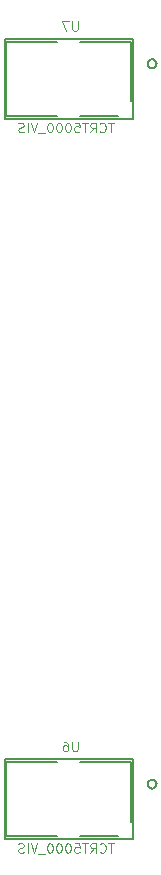
<source format=gbr>
%TF.GenerationSoftware,Flux,Pcbnew,7.0.11-7.0.11~ubuntu20.04.1*%
%TF.CreationDate,2024-08-17T13:11:20+00:00*%
%TF.ProjectId,input,696e7075-742e-46b6-9963-61645f706362,rev?*%
%TF.SameCoordinates,Original*%
%TF.FileFunction,Legend,Bot*%
%TF.FilePolarity,Positive*%
%FSLAX46Y46*%
G04 Gerber Fmt 4.6, Leading zero omitted, Abs format (unit mm)*
G04 Filename: pcbrobot*
G04 Build it with Flux! Visit our site at: https://www.flux.ai (PCBNEW 7.0.11-7.0.11~ubuntu20.04.1) date 2024-08-17 13:11:20*
%MOMM*%
%LPD*%
G01*
G04 APERTURE LIST*
%ADD10C,0.095000*%
%ADD11C,0.152400*%
G04 APERTURE END LIST*
D10*
X227081390Y-104432555D02*
X226624247Y-104432555D01*
X226852819Y-105232555D02*
X226852819Y-104432555D01*
X225900437Y-105156364D02*
X225938533Y-105194460D01*
X225938533Y-105194460D02*
X226052818Y-105232555D01*
X226052818Y-105232555D02*
X226129009Y-105232555D01*
X226129009Y-105232555D02*
X226243295Y-105194460D01*
X226243295Y-105194460D02*
X226319485Y-105118269D01*
X226319485Y-105118269D02*
X226357580Y-105042079D01*
X226357580Y-105042079D02*
X226395676Y-104889698D01*
X226395676Y-104889698D02*
X226395676Y-104775412D01*
X226395676Y-104775412D02*
X226357580Y-104623031D01*
X226357580Y-104623031D02*
X226319485Y-104546840D01*
X226319485Y-104546840D02*
X226243295Y-104470650D01*
X226243295Y-104470650D02*
X226129009Y-104432555D01*
X226129009Y-104432555D02*
X226052818Y-104432555D01*
X226052818Y-104432555D02*
X225938533Y-104470650D01*
X225938533Y-104470650D02*
X225900437Y-104508745D01*
X225100437Y-105232555D02*
X225367104Y-104851602D01*
X225557580Y-105232555D02*
X225557580Y-104432555D01*
X225557580Y-104432555D02*
X225252818Y-104432555D01*
X225252818Y-104432555D02*
X225176628Y-104470650D01*
X225176628Y-104470650D02*
X225138533Y-104508745D01*
X225138533Y-104508745D02*
X225100437Y-104584936D01*
X225100437Y-104584936D02*
X225100437Y-104699221D01*
X225100437Y-104699221D02*
X225138533Y-104775412D01*
X225138533Y-104775412D02*
X225176628Y-104813507D01*
X225176628Y-104813507D02*
X225252818Y-104851602D01*
X225252818Y-104851602D02*
X225557580Y-104851602D01*
X224871866Y-104432555D02*
X224414723Y-104432555D01*
X224643295Y-105232555D02*
X224643295Y-104432555D01*
X223767104Y-104432555D02*
X224148056Y-104432555D01*
X224148056Y-104432555D02*
X224186152Y-104813507D01*
X224186152Y-104813507D02*
X224148056Y-104775412D01*
X224148056Y-104775412D02*
X224071866Y-104737317D01*
X224071866Y-104737317D02*
X223881390Y-104737317D01*
X223881390Y-104737317D02*
X223805199Y-104775412D01*
X223805199Y-104775412D02*
X223767104Y-104813507D01*
X223767104Y-104813507D02*
X223729009Y-104889698D01*
X223729009Y-104889698D02*
X223729009Y-105080174D01*
X223729009Y-105080174D02*
X223767104Y-105156364D01*
X223767104Y-105156364D02*
X223805199Y-105194460D01*
X223805199Y-105194460D02*
X223881390Y-105232555D01*
X223881390Y-105232555D02*
X224071866Y-105232555D01*
X224071866Y-105232555D02*
X224148056Y-105194460D01*
X224148056Y-105194460D02*
X224186152Y-105156364D01*
X223233770Y-104432555D02*
X223157580Y-104432555D01*
X223157580Y-104432555D02*
X223081389Y-104470650D01*
X223081389Y-104470650D02*
X223043294Y-104508745D01*
X223043294Y-104508745D02*
X223005199Y-104584936D01*
X223005199Y-104584936D02*
X222967104Y-104737317D01*
X222967104Y-104737317D02*
X222967104Y-104927793D01*
X222967104Y-104927793D02*
X223005199Y-105080174D01*
X223005199Y-105080174D02*
X223043294Y-105156364D01*
X223043294Y-105156364D02*
X223081389Y-105194460D01*
X223081389Y-105194460D02*
X223157580Y-105232555D01*
X223157580Y-105232555D02*
X223233770Y-105232555D01*
X223233770Y-105232555D02*
X223309961Y-105194460D01*
X223309961Y-105194460D02*
X223348056Y-105156364D01*
X223348056Y-105156364D02*
X223386151Y-105080174D01*
X223386151Y-105080174D02*
X223424247Y-104927793D01*
X223424247Y-104927793D02*
X223424247Y-104737317D01*
X223424247Y-104737317D02*
X223386151Y-104584936D01*
X223386151Y-104584936D02*
X223348056Y-104508745D01*
X223348056Y-104508745D02*
X223309961Y-104470650D01*
X223309961Y-104470650D02*
X223233770Y-104432555D01*
X222471865Y-104432555D02*
X222395675Y-104432555D01*
X222395675Y-104432555D02*
X222319484Y-104470650D01*
X222319484Y-104470650D02*
X222281389Y-104508745D01*
X222281389Y-104508745D02*
X222243294Y-104584936D01*
X222243294Y-104584936D02*
X222205199Y-104737317D01*
X222205199Y-104737317D02*
X222205199Y-104927793D01*
X222205199Y-104927793D02*
X222243294Y-105080174D01*
X222243294Y-105080174D02*
X222281389Y-105156364D01*
X222281389Y-105156364D02*
X222319484Y-105194460D01*
X222319484Y-105194460D02*
X222395675Y-105232555D01*
X222395675Y-105232555D02*
X222471865Y-105232555D01*
X222471865Y-105232555D02*
X222548056Y-105194460D01*
X222548056Y-105194460D02*
X222586151Y-105156364D01*
X222586151Y-105156364D02*
X222624246Y-105080174D01*
X222624246Y-105080174D02*
X222662342Y-104927793D01*
X222662342Y-104927793D02*
X222662342Y-104737317D01*
X222662342Y-104737317D02*
X222624246Y-104584936D01*
X222624246Y-104584936D02*
X222586151Y-104508745D01*
X222586151Y-104508745D02*
X222548056Y-104470650D01*
X222548056Y-104470650D02*
X222471865Y-104432555D01*
X221709960Y-104432555D02*
X221633770Y-104432555D01*
X221633770Y-104432555D02*
X221557579Y-104470650D01*
X221557579Y-104470650D02*
X221519484Y-104508745D01*
X221519484Y-104508745D02*
X221481389Y-104584936D01*
X221481389Y-104584936D02*
X221443294Y-104737317D01*
X221443294Y-104737317D02*
X221443294Y-104927793D01*
X221443294Y-104927793D02*
X221481389Y-105080174D01*
X221481389Y-105080174D02*
X221519484Y-105156364D01*
X221519484Y-105156364D02*
X221557579Y-105194460D01*
X221557579Y-105194460D02*
X221633770Y-105232555D01*
X221633770Y-105232555D02*
X221709960Y-105232555D01*
X221709960Y-105232555D02*
X221786151Y-105194460D01*
X221786151Y-105194460D02*
X221824246Y-105156364D01*
X221824246Y-105156364D02*
X221862341Y-105080174D01*
X221862341Y-105080174D02*
X221900437Y-104927793D01*
X221900437Y-104927793D02*
X221900437Y-104737317D01*
X221900437Y-104737317D02*
X221862341Y-104584936D01*
X221862341Y-104584936D02*
X221824246Y-104508745D01*
X221824246Y-104508745D02*
X221786151Y-104470650D01*
X221786151Y-104470650D02*
X221709960Y-104432555D01*
X221290913Y-105308745D02*
X220681389Y-105308745D01*
X220605198Y-104432555D02*
X220338531Y-105232555D01*
X220338531Y-105232555D02*
X220071865Y-104432555D01*
X219805198Y-105232555D02*
X219805198Y-104432555D01*
X219462342Y-105194460D02*
X219348056Y-105232555D01*
X219348056Y-105232555D02*
X219157580Y-105232555D01*
X219157580Y-105232555D02*
X219081389Y-105194460D01*
X219081389Y-105194460D02*
X219043294Y-105156364D01*
X219043294Y-105156364D02*
X219005199Y-105080174D01*
X219005199Y-105080174D02*
X219005199Y-105003983D01*
X219005199Y-105003983D02*
X219043294Y-104927793D01*
X219043294Y-104927793D02*
X219081389Y-104889698D01*
X219081389Y-104889698D02*
X219157580Y-104851602D01*
X219157580Y-104851602D02*
X219309961Y-104813507D01*
X219309961Y-104813507D02*
X219386151Y-104775412D01*
X219386151Y-104775412D02*
X219424246Y-104737317D01*
X219424246Y-104737317D02*
X219462342Y-104661126D01*
X219462342Y-104661126D02*
X219462342Y-104584936D01*
X219462342Y-104584936D02*
X219424246Y-104508745D01*
X219424246Y-104508745D02*
X219386151Y-104470650D01*
X219386151Y-104470650D02*
X219309961Y-104432555D01*
X219309961Y-104432555D02*
X219119484Y-104432555D01*
X219119484Y-104432555D02*
X219005199Y-104470650D01*
X224009623Y-95833855D02*
X224009623Y-96481474D01*
X224009623Y-96481474D02*
X223971528Y-96557664D01*
X223971528Y-96557664D02*
X223933433Y-96595760D01*
X223933433Y-96595760D02*
X223857242Y-96633855D01*
X223857242Y-96633855D02*
X223704861Y-96633855D01*
X223704861Y-96633855D02*
X223628671Y-96595760D01*
X223628671Y-96595760D02*
X223590576Y-96557664D01*
X223590576Y-96557664D02*
X223552480Y-96481474D01*
X223552480Y-96481474D02*
X223552480Y-95833855D01*
X222828671Y-95833855D02*
X222981052Y-95833855D01*
X222981052Y-95833855D02*
X223057243Y-95871950D01*
X223057243Y-95871950D02*
X223095338Y-95910045D01*
X223095338Y-95910045D02*
X223171528Y-96024331D01*
X223171528Y-96024331D02*
X223209624Y-96176712D01*
X223209624Y-96176712D02*
X223209624Y-96481474D01*
X223209624Y-96481474D02*
X223171528Y-96557664D01*
X223171528Y-96557664D02*
X223133433Y-96595760D01*
X223133433Y-96595760D02*
X223057243Y-96633855D01*
X223057243Y-96633855D02*
X222904862Y-96633855D01*
X222904862Y-96633855D02*
X222828671Y-96595760D01*
X222828671Y-96595760D02*
X222790576Y-96557664D01*
X222790576Y-96557664D02*
X222752481Y-96481474D01*
X222752481Y-96481474D02*
X222752481Y-96290998D01*
X222752481Y-96290998D02*
X222790576Y-96214807D01*
X222790576Y-96214807D02*
X222828671Y-96176712D01*
X222828671Y-96176712D02*
X222904862Y-96138617D01*
X222904862Y-96138617D02*
X223057243Y-96138617D01*
X223057243Y-96138617D02*
X223133433Y-96176712D01*
X223133433Y-96176712D02*
X223171528Y-96214807D01*
X223171528Y-96214807D02*
X223209624Y-96290998D01*
X227081390Y-43438355D02*
X226624247Y-43438355D01*
X226852819Y-44238355D02*
X226852819Y-43438355D01*
X225900437Y-44162164D02*
X225938533Y-44200260D01*
X225938533Y-44200260D02*
X226052818Y-44238355D01*
X226052818Y-44238355D02*
X226129009Y-44238355D01*
X226129009Y-44238355D02*
X226243295Y-44200260D01*
X226243295Y-44200260D02*
X226319485Y-44124069D01*
X226319485Y-44124069D02*
X226357580Y-44047879D01*
X226357580Y-44047879D02*
X226395676Y-43895498D01*
X226395676Y-43895498D02*
X226395676Y-43781212D01*
X226395676Y-43781212D02*
X226357580Y-43628831D01*
X226357580Y-43628831D02*
X226319485Y-43552640D01*
X226319485Y-43552640D02*
X226243295Y-43476450D01*
X226243295Y-43476450D02*
X226129009Y-43438355D01*
X226129009Y-43438355D02*
X226052818Y-43438355D01*
X226052818Y-43438355D02*
X225938533Y-43476450D01*
X225938533Y-43476450D02*
X225900437Y-43514545D01*
X225100437Y-44238355D02*
X225367104Y-43857402D01*
X225557580Y-44238355D02*
X225557580Y-43438355D01*
X225557580Y-43438355D02*
X225252818Y-43438355D01*
X225252818Y-43438355D02*
X225176628Y-43476450D01*
X225176628Y-43476450D02*
X225138533Y-43514545D01*
X225138533Y-43514545D02*
X225100437Y-43590736D01*
X225100437Y-43590736D02*
X225100437Y-43705021D01*
X225100437Y-43705021D02*
X225138533Y-43781212D01*
X225138533Y-43781212D02*
X225176628Y-43819307D01*
X225176628Y-43819307D02*
X225252818Y-43857402D01*
X225252818Y-43857402D02*
X225557580Y-43857402D01*
X224871866Y-43438355D02*
X224414723Y-43438355D01*
X224643295Y-44238355D02*
X224643295Y-43438355D01*
X223767104Y-43438355D02*
X224148056Y-43438355D01*
X224148056Y-43438355D02*
X224186152Y-43819307D01*
X224186152Y-43819307D02*
X224148056Y-43781212D01*
X224148056Y-43781212D02*
X224071866Y-43743117D01*
X224071866Y-43743117D02*
X223881390Y-43743117D01*
X223881390Y-43743117D02*
X223805199Y-43781212D01*
X223805199Y-43781212D02*
X223767104Y-43819307D01*
X223767104Y-43819307D02*
X223729009Y-43895498D01*
X223729009Y-43895498D02*
X223729009Y-44085974D01*
X223729009Y-44085974D02*
X223767104Y-44162164D01*
X223767104Y-44162164D02*
X223805199Y-44200260D01*
X223805199Y-44200260D02*
X223881390Y-44238355D01*
X223881390Y-44238355D02*
X224071866Y-44238355D01*
X224071866Y-44238355D02*
X224148056Y-44200260D01*
X224148056Y-44200260D02*
X224186152Y-44162164D01*
X223233770Y-43438355D02*
X223157580Y-43438355D01*
X223157580Y-43438355D02*
X223081389Y-43476450D01*
X223081389Y-43476450D02*
X223043294Y-43514545D01*
X223043294Y-43514545D02*
X223005199Y-43590736D01*
X223005199Y-43590736D02*
X222967104Y-43743117D01*
X222967104Y-43743117D02*
X222967104Y-43933593D01*
X222967104Y-43933593D02*
X223005199Y-44085974D01*
X223005199Y-44085974D02*
X223043294Y-44162164D01*
X223043294Y-44162164D02*
X223081389Y-44200260D01*
X223081389Y-44200260D02*
X223157580Y-44238355D01*
X223157580Y-44238355D02*
X223233770Y-44238355D01*
X223233770Y-44238355D02*
X223309961Y-44200260D01*
X223309961Y-44200260D02*
X223348056Y-44162164D01*
X223348056Y-44162164D02*
X223386151Y-44085974D01*
X223386151Y-44085974D02*
X223424247Y-43933593D01*
X223424247Y-43933593D02*
X223424247Y-43743117D01*
X223424247Y-43743117D02*
X223386151Y-43590736D01*
X223386151Y-43590736D02*
X223348056Y-43514545D01*
X223348056Y-43514545D02*
X223309961Y-43476450D01*
X223309961Y-43476450D02*
X223233770Y-43438355D01*
X222471865Y-43438355D02*
X222395675Y-43438355D01*
X222395675Y-43438355D02*
X222319484Y-43476450D01*
X222319484Y-43476450D02*
X222281389Y-43514545D01*
X222281389Y-43514545D02*
X222243294Y-43590736D01*
X222243294Y-43590736D02*
X222205199Y-43743117D01*
X222205199Y-43743117D02*
X222205199Y-43933593D01*
X222205199Y-43933593D02*
X222243294Y-44085974D01*
X222243294Y-44085974D02*
X222281389Y-44162164D01*
X222281389Y-44162164D02*
X222319484Y-44200260D01*
X222319484Y-44200260D02*
X222395675Y-44238355D01*
X222395675Y-44238355D02*
X222471865Y-44238355D01*
X222471865Y-44238355D02*
X222548056Y-44200260D01*
X222548056Y-44200260D02*
X222586151Y-44162164D01*
X222586151Y-44162164D02*
X222624246Y-44085974D01*
X222624246Y-44085974D02*
X222662342Y-43933593D01*
X222662342Y-43933593D02*
X222662342Y-43743117D01*
X222662342Y-43743117D02*
X222624246Y-43590736D01*
X222624246Y-43590736D02*
X222586151Y-43514545D01*
X222586151Y-43514545D02*
X222548056Y-43476450D01*
X222548056Y-43476450D02*
X222471865Y-43438355D01*
X221709960Y-43438355D02*
X221633770Y-43438355D01*
X221633770Y-43438355D02*
X221557579Y-43476450D01*
X221557579Y-43476450D02*
X221519484Y-43514545D01*
X221519484Y-43514545D02*
X221481389Y-43590736D01*
X221481389Y-43590736D02*
X221443294Y-43743117D01*
X221443294Y-43743117D02*
X221443294Y-43933593D01*
X221443294Y-43933593D02*
X221481389Y-44085974D01*
X221481389Y-44085974D02*
X221519484Y-44162164D01*
X221519484Y-44162164D02*
X221557579Y-44200260D01*
X221557579Y-44200260D02*
X221633770Y-44238355D01*
X221633770Y-44238355D02*
X221709960Y-44238355D01*
X221709960Y-44238355D02*
X221786151Y-44200260D01*
X221786151Y-44200260D02*
X221824246Y-44162164D01*
X221824246Y-44162164D02*
X221862341Y-44085974D01*
X221862341Y-44085974D02*
X221900437Y-43933593D01*
X221900437Y-43933593D02*
X221900437Y-43743117D01*
X221900437Y-43743117D02*
X221862341Y-43590736D01*
X221862341Y-43590736D02*
X221824246Y-43514545D01*
X221824246Y-43514545D02*
X221786151Y-43476450D01*
X221786151Y-43476450D02*
X221709960Y-43438355D01*
X221290913Y-44314545D02*
X220681389Y-44314545D01*
X220605198Y-43438355D02*
X220338531Y-44238355D01*
X220338531Y-44238355D02*
X220071865Y-43438355D01*
X219805198Y-44238355D02*
X219805198Y-43438355D01*
X219462342Y-44200260D02*
X219348056Y-44238355D01*
X219348056Y-44238355D02*
X219157580Y-44238355D01*
X219157580Y-44238355D02*
X219081389Y-44200260D01*
X219081389Y-44200260D02*
X219043294Y-44162164D01*
X219043294Y-44162164D02*
X219005199Y-44085974D01*
X219005199Y-44085974D02*
X219005199Y-44009783D01*
X219005199Y-44009783D02*
X219043294Y-43933593D01*
X219043294Y-43933593D02*
X219081389Y-43895498D01*
X219081389Y-43895498D02*
X219157580Y-43857402D01*
X219157580Y-43857402D02*
X219309961Y-43819307D01*
X219309961Y-43819307D02*
X219386151Y-43781212D01*
X219386151Y-43781212D02*
X219424246Y-43743117D01*
X219424246Y-43743117D02*
X219462342Y-43666926D01*
X219462342Y-43666926D02*
X219462342Y-43590736D01*
X219462342Y-43590736D02*
X219424246Y-43514545D01*
X219424246Y-43514545D02*
X219386151Y-43476450D01*
X219386151Y-43476450D02*
X219309961Y-43438355D01*
X219309961Y-43438355D02*
X219119484Y-43438355D01*
X219119484Y-43438355D02*
X219005199Y-43476450D01*
X224009623Y-34839655D02*
X224009623Y-35487274D01*
X224009623Y-35487274D02*
X223971528Y-35563464D01*
X223971528Y-35563464D02*
X223933433Y-35601560D01*
X223933433Y-35601560D02*
X223857242Y-35639655D01*
X223857242Y-35639655D02*
X223704861Y-35639655D01*
X223704861Y-35639655D02*
X223628671Y-35601560D01*
X223628671Y-35601560D02*
X223590576Y-35563464D01*
X223590576Y-35563464D02*
X223552480Y-35487274D01*
X223552480Y-35487274D02*
X223552480Y-34839655D01*
X223247719Y-34839655D02*
X222714385Y-34839655D01*
X222714385Y-34839655D02*
X223057243Y-35639655D01*
D11*
%TO.C,*%
X229938700Y-99429700D02*
X229951648Y-99528051D01*
X229951648Y-99528051D02*
X229989610Y-99619700D01*
X229989610Y-99619700D02*
X230049999Y-99698401D01*
X230049999Y-99698401D02*
X230128700Y-99758790D01*
X230128700Y-99758790D02*
X230220349Y-99796752D01*
X230220349Y-99796752D02*
X230318700Y-99809700D01*
X230318700Y-99809700D02*
X230417051Y-99796752D01*
X230417051Y-99796752D02*
X230508700Y-99758790D01*
X230508700Y-99758790D02*
X230587401Y-99698401D01*
X230587401Y-99698401D02*
X230647790Y-99619700D01*
X230647790Y-99619700D02*
X230685752Y-99528051D01*
X230685752Y-99528051D02*
X230698700Y-99429700D01*
X230698700Y-99429700D02*
X230685752Y-99331349D01*
X230685752Y-99331349D02*
X230647790Y-99239700D01*
X230647790Y-99239700D02*
X230587401Y-99160999D01*
X230587401Y-99160999D02*
X230508700Y-99100610D01*
X230508700Y-99100610D02*
X230417051Y-99062648D01*
X230417051Y-99062648D02*
X230318700Y-99049700D01*
X230318700Y-99049700D02*
X230220349Y-99062648D01*
X230220349Y-99062648D02*
X230128700Y-99100610D01*
X230128700Y-99100610D02*
X230049999Y-99160999D01*
X230049999Y-99160999D02*
X229989610Y-99239700D01*
X229989610Y-99239700D02*
X229951648Y-99331349D01*
X229951648Y-99331349D02*
X229938700Y-99429700D01*
X229938700Y-99429700D02*
X229951648Y-99528051D01*
X229951648Y-99528051D02*
X229989610Y-99619700D01*
X229989610Y-99619700D02*
X230049999Y-99698401D01*
X230049999Y-99698401D02*
X230128700Y-99758790D01*
X230128700Y-99758790D02*
X230220349Y-99796752D01*
X230220349Y-99796752D02*
X230318700Y-99809700D01*
X230318700Y-99809700D02*
X230417051Y-99796752D01*
X230417051Y-99796752D02*
X230508700Y-99758790D01*
X230508700Y-99758790D02*
X230587401Y-99698401D01*
X230587401Y-99698401D02*
X230647790Y-99619700D01*
X230647790Y-99619700D02*
X230685752Y-99528051D01*
X230685752Y-99528051D02*
X230698700Y-99429700D01*
X230698700Y-99429700D02*
X230685752Y-99331349D01*
X230685752Y-99331349D02*
X230647790Y-99239700D01*
X230647790Y-99239700D02*
X230587401Y-99160999D01*
X230587401Y-99160999D02*
X230508700Y-99100610D01*
X230508700Y-99100610D02*
X230417051Y-99062648D01*
X230417051Y-99062648D02*
X230318700Y-99049700D01*
X230318700Y-99049700D02*
X230220349Y-99062648D01*
X230220349Y-99062648D02*
X230128700Y-99100610D01*
X230128700Y-99100610D02*
X230049999Y-99160999D01*
X230049999Y-99160999D02*
X229989610Y-99239700D01*
X229989610Y-99239700D02*
X229951648Y-99331349D01*
X229951648Y-99331349D02*
X229938700Y-99429700D01*
X228667700Y-97301100D02*
X228667700Y-104098300D01*
X228667700Y-104098300D02*
X217847300Y-104098300D01*
X217847300Y-104098300D02*
X217847300Y-97301100D01*
X217847300Y-97301100D02*
X228667700Y-97301100D01*
X227426800Y-103823900D02*
X224252200Y-103823900D01*
X217974300Y-103823900D02*
X217974300Y-97575500D01*
X217974300Y-97575500D02*
X222262800Y-97575500D01*
X228540700Y-97575500D02*
X228540700Y-102616100D01*
X224252200Y-97575500D02*
X228540700Y-97575500D01*
X222262800Y-103823900D02*
X217974300Y-103823900D01*
X229938700Y-38435500D02*
X229951648Y-38533851D01*
X229951648Y-38533851D02*
X229989610Y-38625500D01*
X229989610Y-38625500D02*
X230049999Y-38704201D01*
X230049999Y-38704201D02*
X230128700Y-38764590D01*
X230128700Y-38764590D02*
X230220349Y-38802552D01*
X230220349Y-38802552D02*
X230318700Y-38815500D01*
X230318700Y-38815500D02*
X230417051Y-38802552D01*
X230417051Y-38802552D02*
X230508700Y-38764590D01*
X230508700Y-38764590D02*
X230587401Y-38704201D01*
X230587401Y-38704201D02*
X230647790Y-38625500D01*
X230647790Y-38625500D02*
X230685752Y-38533851D01*
X230685752Y-38533851D02*
X230698700Y-38435500D01*
X230698700Y-38435500D02*
X230685752Y-38337149D01*
X230685752Y-38337149D02*
X230647790Y-38245500D01*
X230647790Y-38245500D02*
X230587401Y-38166799D01*
X230587401Y-38166799D02*
X230508700Y-38106410D01*
X230508700Y-38106410D02*
X230417051Y-38068448D01*
X230417051Y-38068448D02*
X230318700Y-38055500D01*
X230318700Y-38055500D02*
X230220349Y-38068448D01*
X230220349Y-38068448D02*
X230128700Y-38106410D01*
X230128700Y-38106410D02*
X230049999Y-38166799D01*
X230049999Y-38166799D02*
X229989610Y-38245500D01*
X229989610Y-38245500D02*
X229951648Y-38337149D01*
X229951648Y-38337149D02*
X229938700Y-38435500D01*
X229938700Y-38435500D02*
X229951648Y-38533851D01*
X229951648Y-38533851D02*
X229989610Y-38625500D01*
X229989610Y-38625500D02*
X230049999Y-38704201D01*
X230049999Y-38704201D02*
X230128700Y-38764590D01*
X230128700Y-38764590D02*
X230220349Y-38802552D01*
X230220349Y-38802552D02*
X230318700Y-38815500D01*
X230318700Y-38815500D02*
X230417051Y-38802552D01*
X230417051Y-38802552D02*
X230508700Y-38764590D01*
X230508700Y-38764590D02*
X230587401Y-38704201D01*
X230587401Y-38704201D02*
X230647790Y-38625500D01*
X230647790Y-38625500D02*
X230685752Y-38533851D01*
X230685752Y-38533851D02*
X230698700Y-38435500D01*
X230698700Y-38435500D02*
X230685752Y-38337149D01*
X230685752Y-38337149D02*
X230647790Y-38245500D01*
X230647790Y-38245500D02*
X230587401Y-38166799D01*
X230587401Y-38166799D02*
X230508700Y-38106410D01*
X230508700Y-38106410D02*
X230417051Y-38068448D01*
X230417051Y-38068448D02*
X230318700Y-38055500D01*
X230318700Y-38055500D02*
X230220349Y-38068448D01*
X230220349Y-38068448D02*
X230128700Y-38106410D01*
X230128700Y-38106410D02*
X230049999Y-38166799D01*
X230049999Y-38166799D02*
X229989610Y-38245500D01*
X229989610Y-38245500D02*
X229951648Y-38337149D01*
X229951648Y-38337149D02*
X229938700Y-38435500D01*
X228667700Y-36306900D02*
X228667700Y-43104100D01*
X228667700Y-43104100D02*
X217847300Y-43104100D01*
X217847300Y-43104100D02*
X217847300Y-36306900D01*
X217847300Y-36306900D02*
X228667700Y-36306900D01*
X227426800Y-42829700D02*
X224252200Y-42829700D01*
X217974300Y-42829700D02*
X217974300Y-36581300D01*
X217974300Y-36581300D02*
X222262800Y-36581300D01*
X228540700Y-36581300D02*
X228540700Y-41621900D01*
X224252200Y-36581300D02*
X228540700Y-36581300D01*
X222262800Y-42829700D02*
X217974300Y-42829700D01*
%TD*%
M02*

</source>
